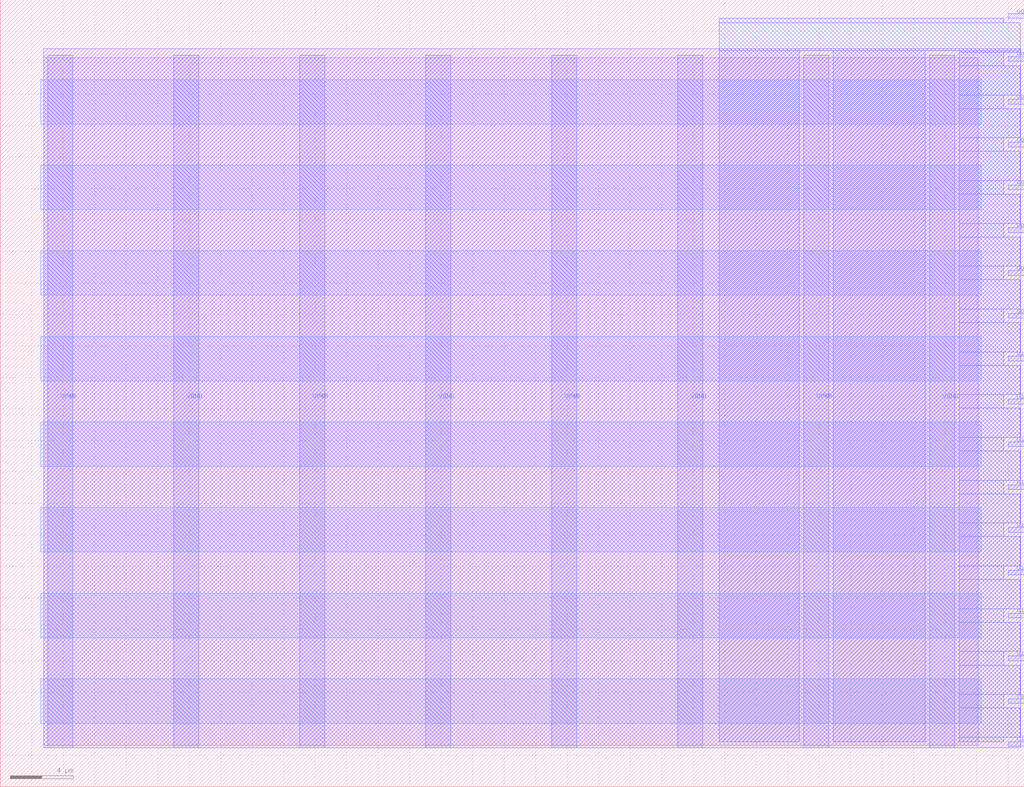
<source format=lef>
VERSION 5.7 ;
  NOWIREEXTENSIONATPIN ON ;
  DIVIDERCHAR "/" ;
  BUSBITCHARS "[]" ;
MACRO tt_um_microtile
  CLASS BLOCK ;
  FOREIGN tt_um_microtile ;
  ORIGIN 0.000 0.000 ;
  SIZE 65.000 BY 50.000 ;
  PIN VGND
    DIRECTION INOUT ;
    USE GROUND ;
    PORT
      LAYER met2 ;
        RECT 11.000 2.480 12.600 46.480 ;
    END
    PORT
      LAYER met2 ;
        RECT 27.000 2.480 28.600 46.480 ;
    END
    PORT
      LAYER met2 ;
        RECT 43.000 2.480 44.600 46.480 ;
    END
    PORT
      LAYER met2 ;
        RECT 59.000 2.480 60.600 46.480 ;
    END
  END VGND
  PIN VPWR
    DIRECTION INOUT ;
    USE POWER ;
    PORT
      LAYER met2 ;
        RECT 3.000 2.480 4.600 46.480 ;
    END
    PORT
      LAYER met2 ;
        RECT 19.000 2.480 20.600 46.480 ;
    END
    PORT
      LAYER met2 ;
        RECT 35.000 2.480 36.600 46.480 ;
    END
    PORT
      LAYER met2 ;
        RECT 51.000 2.480 52.600 46.480 ;
    END
  END VPWR
  PIN clk
    DIRECTION INPUT ;
    USE SIGNAL ;
    ANTENNAGATEAREA 0.852000 ;
    PORT
      LAYER met2 ;
        RECT 64.000 2.570 65.000 2.870 ;
    END
  END clk
  PIN rst_n
    DIRECTION INPUT ;
    USE SIGNAL ;
    ANTENNAGATEAREA 0.213000 ;
    PORT
      LAYER met2 ;
        RECT 64.000 5.290 65.000 5.590 ;
    END
  END rst_n
  PIN ui_in[0]
    DIRECTION INPUT ;
    USE SIGNAL ;
    ANTENNAGATEAREA 0.196500 ;
    PORT
      LAYER met2 ;
        RECT 64.000 8.010 65.000 8.310 ;
    END
  END ui_in[0]
  PIN ui_in[1]
    DIRECTION INPUT ;
    USE SIGNAL ;
    ANTENNAGATEAREA 0.196500 ;
    PORT
      LAYER met2 ;
        RECT 64.000 10.730 65.000 11.030 ;
    END
  END ui_in[1]
  PIN ui_in[2]
    DIRECTION INPUT ;
    USE SIGNAL ;
    ANTENNAGATEAREA 0.196500 ;
    PORT
      LAYER met2 ;
        RECT 64.000 13.450 65.000 13.750 ;
    END
  END ui_in[2]
  PIN ui_in[3]
    DIRECTION INPUT ;
    USE SIGNAL ;
    ANTENNAGATEAREA 0.196500 ;
    PORT
      LAYER met2 ;
        RECT 64.000 16.170 65.000 16.470 ;
    END
  END ui_in[3]
  PIN ui_in[4]
    DIRECTION INPUT ;
    USE SIGNAL ;
    ANTENNAGATEAREA 0.196500 ;
    PORT
      LAYER met2 ;
        RECT 64.000 18.890 65.000 19.190 ;
    END
  END ui_in[4]
  PIN ui_in[5]
    DIRECTION INPUT ;
    USE SIGNAL ;
    ANTENNAGATEAREA 0.196500 ;
    PORT
      LAYER met2 ;
        RECT 64.000 21.610 65.000 21.910 ;
    END
  END ui_in[5]
  PIN ui_in[6]
    DIRECTION INPUT ;
    USE SIGNAL ;
    ANTENNAGATEAREA 0.196500 ;
    PORT
      LAYER met2 ;
        RECT 64.000 24.330 65.000 24.630 ;
    END
  END ui_in[6]
  PIN ui_in[7]
    DIRECTION INPUT ;
    USE SIGNAL ;
    ANTENNAGATEAREA 0.196500 ;
    PORT
      LAYER met2 ;
        RECT 64.000 27.050 65.000 27.350 ;
    END
  END ui_in[7]
  PIN uo_out[0]
    DIRECTION OUTPUT ;
    USE SIGNAL ;
    ANTENNADIFFAREA 0.891000 ;
    PORT
      LAYER met2 ;
        RECT 64.000 29.770 65.000 30.070 ;
    END
  END uo_out[0]
  PIN uo_out[1]
    DIRECTION OUTPUT ;
    USE SIGNAL ;
    ANTENNADIFFAREA 0.891000 ;
    PORT
      LAYER met2 ;
        RECT 64.000 32.490 65.000 32.790 ;
    END
  END uo_out[1]
  PIN uo_out[2]
    DIRECTION OUTPUT ;
    USE SIGNAL ;
    ANTENNADIFFAREA 0.891000 ;
    PORT
      LAYER met2 ;
        RECT 64.000 35.210 65.000 35.510 ;
    END
  END uo_out[2]
  PIN uo_out[3]
    DIRECTION OUTPUT ;
    USE SIGNAL ;
    ANTENNADIFFAREA 0.891000 ;
    PORT
      LAYER met2 ;
        RECT 64.000 37.930 65.000 38.230 ;
    END
  END uo_out[3]
  PIN uo_out[4]
    DIRECTION OUTPUT ;
    USE SIGNAL ;
    ANTENNADIFFAREA 0.891000 ;
    PORT
      LAYER met2 ;
        RECT 64.000 40.650 65.000 40.950 ;
    END
  END uo_out[4]
  PIN uo_out[5]
    DIRECTION OUTPUT ;
    USE SIGNAL ;
    ANTENNADIFFAREA 0.445500 ;
    PORT
      LAYER met2 ;
        RECT 64.000 43.370 65.000 43.670 ;
    END
  END uo_out[5]
  PIN uo_out[6]
    DIRECTION OUTPUT ;
    USE SIGNAL ;
    ANTENNADIFFAREA 0.445500 ;
    PORT
      LAYER met2 ;
        RECT 64.000 46.090 65.000 46.390 ;
    END
  END uo_out[6]
  PIN uo_out[7]
    DIRECTION OUTPUT ;
    USE SIGNAL ;
    ANTENNADIFFAREA 0.445500 ;
    PORT
      LAYER met2 ;
        RECT 64.000 48.810 65.000 49.110 ;
    END
  END uo_out[7]
  OBS
      LAYER nwell ;
        RECT 2.570 42.105 62.290 44.935 ;
        RECT 2.570 36.665 62.290 39.495 ;
        RECT 2.570 31.225 62.290 34.055 ;
        RECT 2.570 25.785 62.290 28.615 ;
        RECT 2.570 20.345 62.290 23.175 ;
        RECT 2.570 14.905 62.290 17.735 ;
        RECT 2.570 9.465 62.290 12.295 ;
        RECT 2.570 4.025 62.290 6.855 ;
      LAYER li1 ;
        RECT 2.760 2.635 62.100 46.325 ;
      LAYER met1 ;
        RECT 2.760 2.480 64.790 46.880 ;
      LAYER met2 ;
        RECT 45.640 48.530 63.720 48.810 ;
        RECT 45.640 46.760 64.760 48.530 ;
        RECT 45.640 2.870 50.720 46.760 ;
        RECT 52.880 2.870 58.720 46.760 ;
        RECT 60.880 46.670 64.760 46.760 ;
        RECT 60.880 45.810 63.720 46.670 ;
        RECT 60.880 43.950 64.760 45.810 ;
        RECT 60.880 43.090 63.720 43.950 ;
        RECT 60.880 41.230 64.760 43.090 ;
        RECT 60.880 40.370 63.720 41.230 ;
        RECT 60.880 38.510 64.760 40.370 ;
        RECT 60.880 37.650 63.720 38.510 ;
        RECT 60.880 35.790 64.760 37.650 ;
        RECT 60.880 34.930 63.720 35.790 ;
        RECT 60.880 33.070 64.760 34.930 ;
        RECT 60.880 32.210 63.720 33.070 ;
        RECT 60.880 30.350 64.760 32.210 ;
        RECT 60.880 29.490 63.720 30.350 ;
        RECT 60.880 27.630 64.760 29.490 ;
        RECT 60.880 26.770 63.720 27.630 ;
        RECT 60.880 24.910 64.760 26.770 ;
        RECT 60.880 24.050 63.720 24.910 ;
        RECT 60.880 22.190 64.760 24.050 ;
        RECT 60.880 21.330 63.720 22.190 ;
        RECT 60.880 19.470 64.760 21.330 ;
        RECT 60.880 18.610 63.720 19.470 ;
        RECT 60.880 16.750 64.760 18.610 ;
        RECT 60.880 15.890 63.720 16.750 ;
        RECT 60.880 14.030 64.760 15.890 ;
        RECT 60.880 13.170 63.720 14.030 ;
        RECT 60.880 11.310 64.760 13.170 ;
        RECT 60.880 10.450 63.720 11.310 ;
        RECT 60.880 8.590 64.760 10.450 ;
        RECT 60.880 7.730 63.720 8.590 ;
        RECT 60.880 5.870 64.760 7.730 ;
        RECT 60.880 5.010 63.720 5.870 ;
        RECT 60.880 3.150 64.760 5.010 ;
        RECT 60.880 2.870 63.720 3.150 ;
  END
END tt_um_microtile
END LIBRARY


</source>
